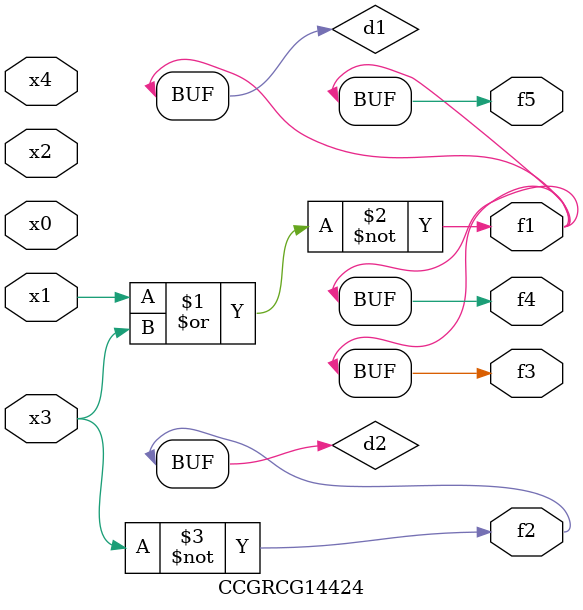
<source format=v>
module CCGRCG14424(
	input x0, x1, x2, x3, x4,
	output f1, f2, f3, f4, f5
);

	wire d1, d2;

	nor (d1, x1, x3);
	not (d2, x3);
	assign f1 = d1;
	assign f2 = d2;
	assign f3 = d1;
	assign f4 = d1;
	assign f5 = d1;
endmodule

</source>
